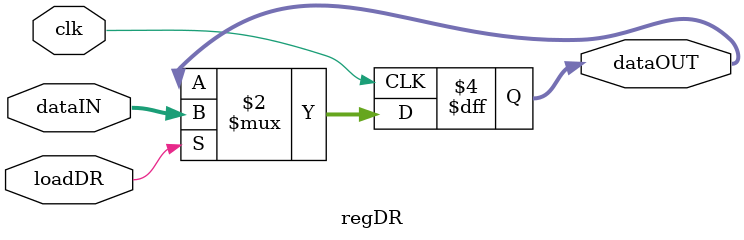
<source format=v>

module regDR
#(parameter dataWidth = 16)
(
input clk,
input loadDR,
input [dataWidth-1:0] dataIN,
output reg [dataWidth-1:0] dataOUT
);

always@(negedge clk)
begin
if (loadDR)
	dataOUT<=dataIN;
end

endmodule
</source>
